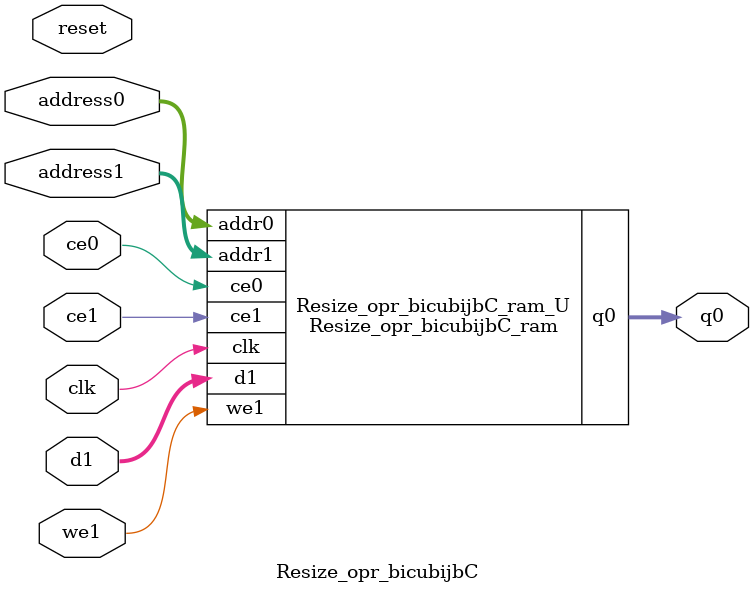
<source format=v>

`timescale 1 ns / 1 ps
module Resize_opr_bicubijbC_ram (addr0, ce0, q0, addr1, ce1, d1, we1,  clk);

parameter DWIDTH = 8;
parameter AWIDTH = 12;
parameter MEM_SIZE = 3843;

input[AWIDTH-1:0] addr0;
input ce0;
output reg[DWIDTH-1:0] q0;
input[AWIDTH-1:0] addr1;
input ce1;
input[DWIDTH-1:0] d1;
input we1;
input clk;

(* ram_style = "block" *)reg [DWIDTH-1:0] ram[0:MEM_SIZE-1];




always @(posedge clk)  
begin 
    if (ce0) 
    begin
            q0 <= ram[addr0];
    end
end


always @(posedge clk)  
begin 
    if (ce1) 
    begin
        if (we1) 
        begin 
            ram[addr1] <= d1; 
        end 
    end
end


endmodule


`timescale 1 ns / 1 ps
module Resize_opr_bicubijbC(
    reset,
    clk,
    address0,
    ce0,
    q0,
    address1,
    ce1,
    we1,
    d1);

parameter DataWidth = 32'd8;
parameter AddressRange = 32'd3843;
parameter AddressWidth = 32'd12;
input reset;
input clk;
input[AddressWidth - 1:0] address0;
input ce0;
output[DataWidth - 1:0] q0;
input[AddressWidth - 1:0] address1;
input ce1;
input we1;
input[DataWidth - 1:0] d1;



Resize_opr_bicubijbC_ram Resize_opr_bicubijbC_ram_U(
    .clk( clk ),
    .addr0( address0 ),
    .ce0( ce0 ),
    .q0( q0 ),
    .addr1( address1 ),
    .ce1( ce1 ),
    .d1( d1 ),
    .we1( we1 ));

endmodule


</source>
